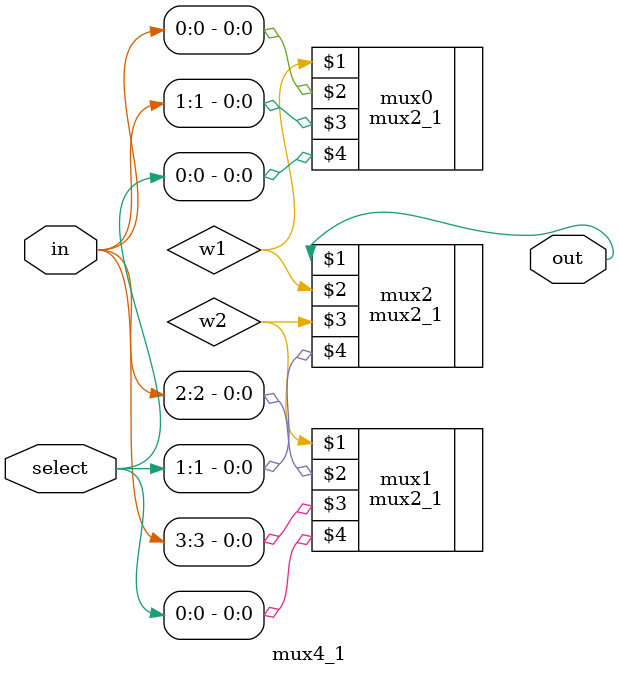
<source format=sv>
module mux4_1(out, in, select);

	input logic [3:0] in;
	input logic [1:0] select;
	output logic out;
	logic w1, w2;

	mux2_1 mux0 (w1, in[0], in[1], select[0]);
	mux2_1 mux1 (w2, in[2], in[3], select[0]);
	
	mux2_1 mux2 (out, w1, w2, select[1]);

endmodule

</source>
